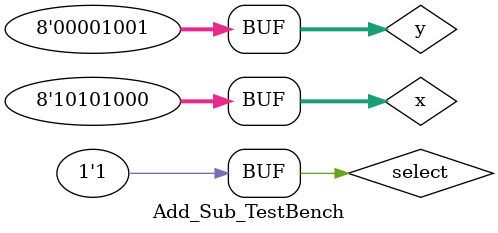
<source format=v>
module Add_Sub_TestBench;

reg [7:0] x, y;
wire [7:0] ans;
reg select;
wire cout;

Add_Sub component1(x, y, ans, cout, select);

initial begin

	$monitor("x = %b , y = %b, ans = %b, cout = %b, select = %b",x, y, ans, cout, select);

	#70
	x = 8'b0000_0000;
	y = 8'b0000_0001;
	select = 1'b1;
	#70
	x = 8'b0000_0010;
	y = 8'b0000_0011;
	#70
	x = 8'b0000_0100;
	y = 8'b0000_0101;
	#70
	x = 8'b0000_1110;
	y = 8'b0000_0111;
	select = 1'b0;
	#70
	x = 8'b0010_1000;
	y = 8'b0000_1001;
	#70
	x = 8'b0111_0110;
	y = 8'b0101_0110;
	#70
	x = 8'b1010_1000;
	y = 8'b0000_1001;
	select = 1'b1;

end

endmodule

</source>
